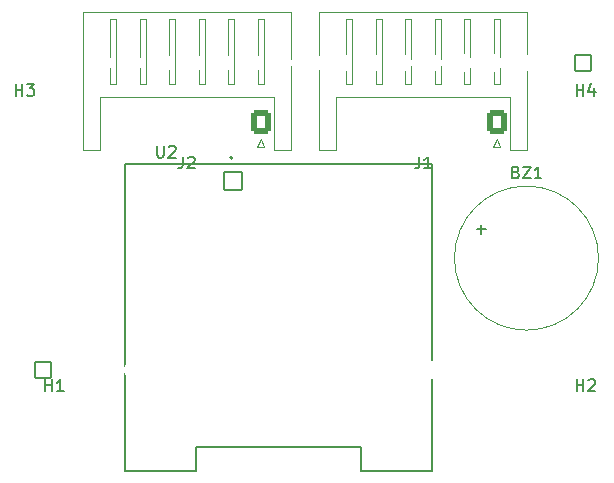
<source format=gto>
G04 #@! TF.GenerationSoftware,KiCad,Pcbnew,7.0.7*
G04 #@! TF.CreationDate,2024-02-22T14:50:09+01:00*
G04 #@! TF.ProjectId,USB_Breakout_Test_Jig,5553425f-4272-4656-916b-6f75745f5465,v1.0*
G04 #@! TF.SameCoordinates,Original*
G04 #@! TF.FileFunction,Legend,Top*
G04 #@! TF.FilePolarity,Positive*
%FSLAX46Y46*%
G04 Gerber Fmt 4.6, Leading zero omitted, Abs format (unit mm)*
G04 Created by KiCad (PCBNEW 7.0.7) date 2024-02-22 14:50:09*
%MOMM*%
%LPD*%
G01*
G04 APERTURE LIST*
G04 Aperture macros list*
%AMRoundRect*
0 Rectangle with rounded corners*
0 $1 Rounding radius*
0 $2 $3 $4 $5 $6 $7 $8 $9 X,Y pos of 4 corners*
0 Add a 4 corners polygon primitive as box body*
4,1,4,$2,$3,$4,$5,$6,$7,$8,$9,$2,$3,0*
0 Add four circle primitives for the rounded corners*
1,1,$1+$1,$2,$3*
1,1,$1+$1,$4,$5*
1,1,$1+$1,$6,$7*
1,1,$1+$1,$8,$9*
0 Add four rect primitives between the rounded corners*
20,1,$1+$1,$2,$3,$4,$5,0*
20,1,$1+$1,$4,$5,$6,$7,0*
20,1,$1+$1,$6,$7,$8,$9,0*
20,1,$1+$1,$8,$9,$2,$3,0*%
G04 Aperture macros list end*
%ADD10C,0.150000*%
%ADD11C,0.120000*%
%ADD12C,0.127000*%
%ADD13C,0.200000*%
%ADD14C,3.200000*%
%ADD15RoundRect,0.250000X0.600000X0.725000X-0.600000X0.725000X-0.600000X-0.725000X0.600000X-0.725000X0*%
%ADD16O,1.700000X1.950000*%
%ADD17R,2.000000X2.000000*%
%ADD18C,2.000000*%
%ADD19RoundRect,0.102000X-0.754000X-0.754000X0.754000X-0.754000X0.754000X0.754000X-0.754000X0.754000X0*%
%ADD20C,1.712000*%
%ADD21C,3.204000*%
%ADD22C,2.250000*%
%ADD23RoundRect,0.102000X0.675000X-0.675000X0.675000X0.675000X-0.675000X0.675000X-0.675000X-0.675000X0*%
%ADD24C,1.554000*%
G04 APERTURE END LIST*
D10*
X51738095Y-78754819D02*
X51738095Y-77754819D01*
X51738095Y-78231009D02*
X52309523Y-78231009D01*
X52309523Y-78754819D02*
X52309523Y-77754819D01*
X52690476Y-77754819D02*
X53309523Y-77754819D01*
X53309523Y-77754819D02*
X52976190Y-78135771D01*
X52976190Y-78135771D02*
X53119047Y-78135771D01*
X53119047Y-78135771D02*
X53214285Y-78183390D01*
X53214285Y-78183390D02*
X53261904Y-78231009D01*
X53261904Y-78231009D02*
X53309523Y-78326247D01*
X53309523Y-78326247D02*
X53309523Y-78564342D01*
X53309523Y-78564342D02*
X53261904Y-78659580D01*
X53261904Y-78659580D02*
X53214285Y-78707200D01*
X53214285Y-78707200D02*
X53119047Y-78754819D01*
X53119047Y-78754819D02*
X52833333Y-78754819D01*
X52833333Y-78754819D02*
X52738095Y-78707200D01*
X52738095Y-78707200D02*
X52690476Y-78659580D01*
X99238095Y-103754819D02*
X99238095Y-102754819D01*
X99238095Y-103231009D02*
X99809523Y-103231009D01*
X99809523Y-103754819D02*
X99809523Y-102754819D01*
X100238095Y-102850057D02*
X100285714Y-102802438D01*
X100285714Y-102802438D02*
X100380952Y-102754819D01*
X100380952Y-102754819D02*
X100619047Y-102754819D01*
X100619047Y-102754819D02*
X100714285Y-102802438D01*
X100714285Y-102802438D02*
X100761904Y-102850057D01*
X100761904Y-102850057D02*
X100809523Y-102945295D01*
X100809523Y-102945295D02*
X100809523Y-103040533D01*
X100809523Y-103040533D02*
X100761904Y-103183390D01*
X100761904Y-103183390D02*
X100190476Y-103754819D01*
X100190476Y-103754819D02*
X100809523Y-103754819D01*
X65916666Y-83904819D02*
X65916666Y-84619104D01*
X65916666Y-84619104D02*
X65869047Y-84761961D01*
X65869047Y-84761961D02*
X65773809Y-84857200D01*
X65773809Y-84857200D02*
X65630952Y-84904819D01*
X65630952Y-84904819D02*
X65535714Y-84904819D01*
X66345238Y-84000057D02*
X66392857Y-83952438D01*
X66392857Y-83952438D02*
X66488095Y-83904819D01*
X66488095Y-83904819D02*
X66726190Y-83904819D01*
X66726190Y-83904819D02*
X66821428Y-83952438D01*
X66821428Y-83952438D02*
X66869047Y-84000057D01*
X66869047Y-84000057D02*
X66916666Y-84095295D01*
X66916666Y-84095295D02*
X66916666Y-84190533D01*
X66916666Y-84190533D02*
X66869047Y-84333390D01*
X66869047Y-84333390D02*
X66297619Y-84904819D01*
X66297619Y-84904819D02*
X66916666Y-84904819D01*
X54238095Y-103754819D02*
X54238095Y-102754819D01*
X54238095Y-103231009D02*
X54809523Y-103231009D01*
X54809523Y-103754819D02*
X54809523Y-102754819D01*
X55809523Y-103754819D02*
X55238095Y-103754819D01*
X55523809Y-103754819D02*
X55523809Y-102754819D01*
X55523809Y-102754819D02*
X55428571Y-102897676D01*
X55428571Y-102897676D02*
X55333333Y-102992914D01*
X55333333Y-102992914D02*
X55238095Y-103040533D01*
X85916666Y-83904819D02*
X85916666Y-84619104D01*
X85916666Y-84619104D02*
X85869047Y-84761961D01*
X85869047Y-84761961D02*
X85773809Y-84857200D01*
X85773809Y-84857200D02*
X85630952Y-84904819D01*
X85630952Y-84904819D02*
X85535714Y-84904819D01*
X86916666Y-84904819D02*
X86345238Y-84904819D01*
X86630952Y-84904819D02*
X86630952Y-83904819D01*
X86630952Y-83904819D02*
X86535714Y-84047676D01*
X86535714Y-84047676D02*
X86440476Y-84142914D01*
X86440476Y-84142914D02*
X86345238Y-84190533D01*
X94119047Y-85231009D02*
X94261904Y-85278628D01*
X94261904Y-85278628D02*
X94309523Y-85326247D01*
X94309523Y-85326247D02*
X94357142Y-85421485D01*
X94357142Y-85421485D02*
X94357142Y-85564342D01*
X94357142Y-85564342D02*
X94309523Y-85659580D01*
X94309523Y-85659580D02*
X94261904Y-85707200D01*
X94261904Y-85707200D02*
X94166666Y-85754819D01*
X94166666Y-85754819D02*
X93785714Y-85754819D01*
X93785714Y-85754819D02*
X93785714Y-84754819D01*
X93785714Y-84754819D02*
X94119047Y-84754819D01*
X94119047Y-84754819D02*
X94214285Y-84802438D01*
X94214285Y-84802438D02*
X94261904Y-84850057D01*
X94261904Y-84850057D02*
X94309523Y-84945295D01*
X94309523Y-84945295D02*
X94309523Y-85040533D01*
X94309523Y-85040533D02*
X94261904Y-85135771D01*
X94261904Y-85135771D02*
X94214285Y-85183390D01*
X94214285Y-85183390D02*
X94119047Y-85231009D01*
X94119047Y-85231009D02*
X93785714Y-85231009D01*
X94690476Y-84754819D02*
X95357142Y-84754819D01*
X95357142Y-84754819D02*
X94690476Y-85754819D01*
X94690476Y-85754819D02*
X95357142Y-85754819D01*
X96261904Y-85754819D02*
X95690476Y-85754819D01*
X95976190Y-85754819D02*
X95976190Y-84754819D01*
X95976190Y-84754819D02*
X95880952Y-84897676D01*
X95880952Y-84897676D02*
X95785714Y-84992914D01*
X95785714Y-84992914D02*
X95690476Y-85040533D01*
X90809048Y-90033866D02*
X91570953Y-90033866D01*
X91190000Y-90414819D02*
X91190000Y-89652914D01*
X63713095Y-82984819D02*
X63713095Y-83794342D01*
X63713095Y-83794342D02*
X63760714Y-83889580D01*
X63760714Y-83889580D02*
X63808333Y-83937200D01*
X63808333Y-83937200D02*
X63903571Y-83984819D01*
X63903571Y-83984819D02*
X64094047Y-83984819D01*
X64094047Y-83984819D02*
X64189285Y-83937200D01*
X64189285Y-83937200D02*
X64236904Y-83889580D01*
X64236904Y-83889580D02*
X64284523Y-83794342D01*
X64284523Y-83794342D02*
X64284523Y-82984819D01*
X64713095Y-83080057D02*
X64760714Y-83032438D01*
X64760714Y-83032438D02*
X64855952Y-82984819D01*
X64855952Y-82984819D02*
X65094047Y-82984819D01*
X65094047Y-82984819D02*
X65189285Y-83032438D01*
X65189285Y-83032438D02*
X65236904Y-83080057D01*
X65236904Y-83080057D02*
X65284523Y-83175295D01*
X65284523Y-83175295D02*
X65284523Y-83270533D01*
X65284523Y-83270533D02*
X65236904Y-83413390D01*
X65236904Y-83413390D02*
X64665476Y-83984819D01*
X64665476Y-83984819D02*
X65284523Y-83984819D01*
X99238095Y-78754819D02*
X99238095Y-77754819D01*
X99238095Y-78231009D02*
X99809523Y-78231009D01*
X99809523Y-78754819D02*
X99809523Y-77754819D01*
X100714285Y-78088152D02*
X100714285Y-78754819D01*
X100476190Y-77707200D02*
X100238095Y-78421485D01*
X100238095Y-78421485D02*
X100857142Y-78421485D01*
D11*
X75060000Y-83360000D02*
X73640000Y-83360000D01*
X75060000Y-71640000D02*
X75060000Y-83360000D01*
X73640000Y-83360000D02*
X73640000Y-78860000D01*
X73640000Y-78860000D02*
X66250000Y-78860000D01*
X72800000Y-83050000D02*
X72200000Y-83050000D01*
X72750000Y-77750000D02*
X72750000Y-72250000D01*
X72750000Y-72250000D02*
X72250000Y-72250000D01*
X72500000Y-82450000D02*
X72800000Y-83050000D01*
X72250000Y-77750000D02*
X72750000Y-77750000D01*
X72250000Y-72250000D02*
X72250000Y-77750000D01*
X72200000Y-83050000D02*
X72500000Y-82450000D01*
X70250000Y-77750000D02*
X70250000Y-72250000D01*
X70250000Y-72250000D02*
X69750000Y-72250000D01*
X69750000Y-77750000D02*
X70250000Y-77750000D01*
X69750000Y-72250000D02*
X69750000Y-77750000D01*
X67750000Y-77750000D02*
X67750000Y-72250000D01*
X67750000Y-72250000D02*
X67250000Y-72250000D01*
X67250000Y-77750000D02*
X67750000Y-77750000D01*
X67250000Y-72250000D02*
X67250000Y-77750000D01*
X66250000Y-71640000D02*
X75060000Y-71640000D01*
X66250000Y-71640000D02*
X57440000Y-71640000D01*
X65250000Y-77750000D02*
X65250000Y-72250000D01*
X65250000Y-72250000D02*
X64750000Y-72250000D01*
X64750000Y-77750000D02*
X65250000Y-77750000D01*
X64750000Y-72250000D02*
X64750000Y-77750000D01*
X62750000Y-77750000D02*
X62750000Y-72250000D01*
X62750000Y-72250000D02*
X62250000Y-72250000D01*
X62250000Y-77750000D02*
X62750000Y-77750000D01*
X62250000Y-72250000D02*
X62250000Y-77750000D01*
X60250000Y-77750000D02*
X60250000Y-72250000D01*
X60250000Y-72250000D02*
X59750000Y-72250000D01*
X59750000Y-77750000D02*
X60250000Y-77750000D01*
X59750000Y-72250000D02*
X59750000Y-77750000D01*
X58860000Y-83360000D02*
X58860000Y-78860000D01*
X58860000Y-78860000D02*
X66250000Y-78860000D01*
X57440000Y-83360000D02*
X58860000Y-83360000D01*
X57440000Y-71640000D02*
X57440000Y-83360000D01*
X95060000Y-83360000D02*
X93640000Y-83360000D01*
X95060000Y-71640000D02*
X95060000Y-83360000D01*
X93640000Y-83360000D02*
X93640000Y-78860000D01*
X93640000Y-78860000D02*
X86250000Y-78860000D01*
X92800000Y-83050000D02*
X92200000Y-83050000D01*
X92750000Y-77750000D02*
X92750000Y-72250000D01*
X92750000Y-72250000D02*
X92250000Y-72250000D01*
X92500000Y-82450000D02*
X92800000Y-83050000D01*
X92250000Y-77750000D02*
X92750000Y-77750000D01*
X92250000Y-72250000D02*
X92250000Y-77750000D01*
X92200000Y-83050000D02*
X92500000Y-82450000D01*
X90250000Y-77750000D02*
X90250000Y-72250000D01*
X90250000Y-72250000D02*
X89750000Y-72250000D01*
X89750000Y-77750000D02*
X90250000Y-77750000D01*
X89750000Y-72250000D02*
X89750000Y-77750000D01*
X87750000Y-77750000D02*
X87750000Y-72250000D01*
X87750000Y-72250000D02*
X87250000Y-72250000D01*
X87250000Y-77750000D02*
X87750000Y-77750000D01*
X87250000Y-72250000D02*
X87250000Y-77750000D01*
X86250000Y-71640000D02*
X95060000Y-71640000D01*
X86250000Y-71640000D02*
X77440000Y-71640000D01*
X85250000Y-77750000D02*
X85250000Y-72250000D01*
X85250000Y-72250000D02*
X84750000Y-72250000D01*
X84750000Y-77750000D02*
X85250000Y-77750000D01*
X84750000Y-72250000D02*
X84750000Y-77750000D01*
X82750000Y-77750000D02*
X82750000Y-72250000D01*
X82750000Y-72250000D02*
X82250000Y-72250000D01*
X82250000Y-77750000D02*
X82750000Y-77750000D01*
X82250000Y-72250000D02*
X82250000Y-77750000D01*
X80250000Y-77750000D02*
X80250000Y-72250000D01*
X80250000Y-72250000D02*
X79750000Y-72250000D01*
X79750000Y-77750000D02*
X80250000Y-77750000D01*
X79750000Y-72250000D02*
X79750000Y-77750000D01*
X78860000Y-83360000D02*
X78860000Y-78860000D01*
X78860000Y-78860000D02*
X86250000Y-78860000D01*
X77440000Y-83360000D02*
X78860000Y-83360000D01*
X77440000Y-71640000D02*
X77440000Y-83360000D01*
X101100000Y-92500000D02*
G75*
G03*
X101100000Y-92500000I-6100000J0D01*
G01*
D12*
X61000000Y-84500000D02*
X87000000Y-84500000D01*
X61000000Y-110500000D02*
X61000000Y-84500000D01*
X67000000Y-108500000D02*
X67000000Y-110500000D01*
X67000000Y-110500000D02*
X61000000Y-110500000D01*
X81000000Y-108500000D02*
X67000000Y-108500000D01*
X81000000Y-110500000D02*
X81000000Y-108500000D01*
X87000000Y-84500000D02*
X87000000Y-110500000D01*
X87000000Y-110500000D02*
X81000000Y-110500000D01*
D13*
X70100000Y-84000000D02*
G75*
G03*
X70100000Y-84000000I-100000J0D01*
G01*
%LPC*%
D14*
X52500000Y-82500000D03*
X100000000Y-107500000D03*
D15*
X72500000Y-80950000D03*
D16*
X70000000Y-80950000D03*
X67500000Y-80950000D03*
X65000000Y-80950000D03*
X62500000Y-80950000D03*
X60000000Y-80950000D03*
D14*
X55000000Y-107500000D03*
D15*
X92500000Y-80950000D03*
D16*
X90000000Y-80950000D03*
X87500000Y-80950000D03*
X85000000Y-80950000D03*
X82500000Y-80950000D03*
X80000000Y-80950000D03*
D17*
X91200000Y-92500000D03*
D18*
X98800000Y-92500000D03*
D19*
X70190000Y-86000000D03*
D20*
X72730000Y-86000000D03*
X75270000Y-86000000D03*
X77810000Y-86000000D03*
D21*
X63000000Y-86500000D03*
X85000000Y-86500000D03*
X85000000Y-108500000D03*
X63000000Y-108500000D03*
D14*
X100000000Y-82500000D03*
D22*
X50930000Y-101500000D03*
X102930000Y-101500000D03*
X50930000Y-76500000D03*
X102930000Y-76500000D03*
D23*
X99790000Y-76000000D03*
D24*
X97250000Y-76000000D03*
X94710000Y-76000000D03*
X92170000Y-76000000D03*
X89630000Y-76000000D03*
X87090000Y-76000000D03*
X84550000Y-76000000D03*
X82010000Y-76000000D03*
X79470000Y-76000000D03*
X76930000Y-76000000D03*
X74390000Y-76000000D03*
X71850000Y-76000000D03*
X69310000Y-76000000D03*
X66770000Y-76000000D03*
X64230000Y-76000000D03*
X61690000Y-76000000D03*
X59150000Y-76000000D03*
X56610000Y-76000000D03*
X54070000Y-76000000D03*
D23*
X54070000Y-102000000D03*
D24*
X56610000Y-102000000D03*
X59150000Y-102000000D03*
X61690000Y-102000000D03*
X64230000Y-102000000D03*
X66770000Y-102000000D03*
X69310000Y-102000000D03*
X71850000Y-102000000D03*
X74390000Y-102000000D03*
X76930000Y-102000000D03*
X79470000Y-102000000D03*
X82010000Y-102000000D03*
X84550000Y-102000000D03*
X87090000Y-102000000D03*
X89630000Y-102000000D03*
X92170000Y-102000000D03*
X94710000Y-102000000D03*
X97250000Y-102000000D03*
X99790000Y-102000000D03*
%LPD*%
M02*

</source>
